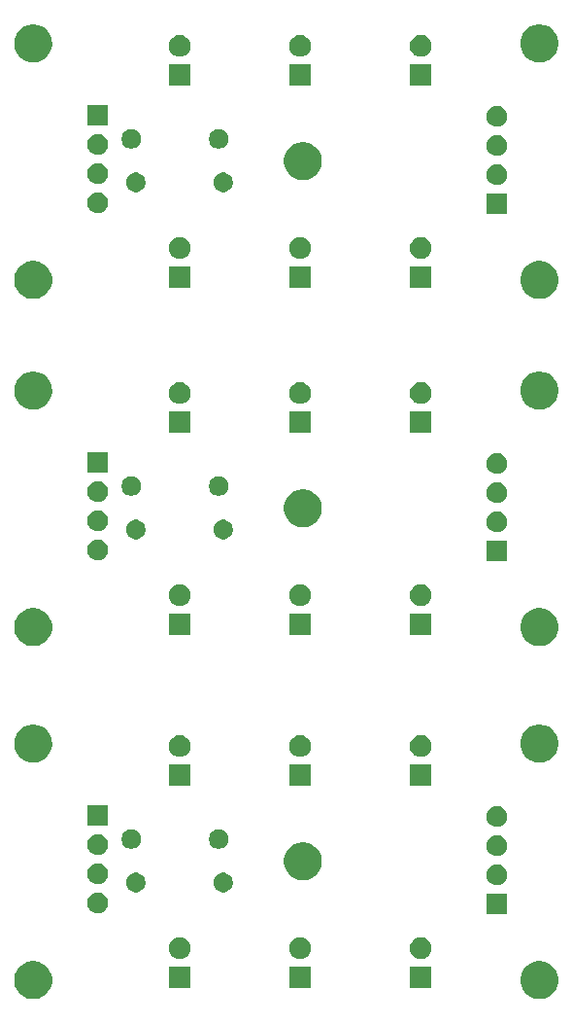
<source format=gbr>
G04 #@! TF.GenerationSoftware,KiCad,Pcbnew,(5.1.5-0-10_14)*
G04 #@! TF.CreationDate,2020-06-22T09:19:20+10:00*
G04 #@! TF.ProjectId,LED_Down_Multi,4c45445f-446f-4776-9e5f-4d756c74692e,rev?*
G04 #@! TF.SameCoordinates,Original*
G04 #@! TF.FileFunction,Soldermask,Top*
G04 #@! TF.FilePolarity,Negative*
%FSLAX46Y46*%
G04 Gerber Fmt 4.6, Leading zero omitted, Abs format (unit mm)*
G04 Created by KiCad (PCBNEW (5.1.5-0-10_14)) date 2020-06-22 09:19:20*
%MOMM*%
%LPD*%
G04 APERTURE LIST*
%ADD10C,0.100000*%
G04 APERTURE END LIST*
D10*
G36*
X214889256Y-127185298D02*
G01*
X214995579Y-127206447D01*
X215296042Y-127330903D01*
X215566451Y-127511585D01*
X215796415Y-127741549D01*
X215796416Y-127741551D01*
X215977098Y-128011960D01*
X216101553Y-128312422D01*
X216165000Y-128631389D01*
X216165000Y-128956611D01*
X216101553Y-129275578D01*
X216002382Y-129515000D01*
X215977097Y-129576042D01*
X215796415Y-129846451D01*
X215566451Y-130076415D01*
X215296042Y-130257097D01*
X214995579Y-130381553D01*
X214889256Y-130402702D01*
X214676611Y-130445000D01*
X214351389Y-130445000D01*
X214138744Y-130402702D01*
X214032421Y-130381553D01*
X213731958Y-130257097D01*
X213461549Y-130076415D01*
X213231585Y-129846451D01*
X213050903Y-129576042D01*
X213025619Y-129515000D01*
X212926447Y-129275578D01*
X212863000Y-128956611D01*
X212863000Y-128631389D01*
X212926447Y-128312422D01*
X213050902Y-128011960D01*
X213231584Y-127741551D01*
X213231585Y-127741549D01*
X213461549Y-127511585D01*
X213731958Y-127330903D01*
X214032421Y-127206447D01*
X214138744Y-127185298D01*
X214351389Y-127143000D01*
X214676611Y-127143000D01*
X214889256Y-127185298D01*
G37*
G36*
X170765256Y-127185298D02*
G01*
X170871579Y-127206447D01*
X171172042Y-127330903D01*
X171442451Y-127511585D01*
X171672415Y-127741549D01*
X171672416Y-127741551D01*
X171853098Y-128011960D01*
X171977553Y-128312422D01*
X172041000Y-128631389D01*
X172041000Y-128956611D01*
X171977553Y-129275578D01*
X171878382Y-129515000D01*
X171853097Y-129576042D01*
X171672415Y-129846451D01*
X171442451Y-130076415D01*
X171172042Y-130257097D01*
X170871579Y-130381553D01*
X170765256Y-130402702D01*
X170552611Y-130445000D01*
X170227389Y-130445000D01*
X170014744Y-130402702D01*
X169908421Y-130381553D01*
X169607958Y-130257097D01*
X169337549Y-130076415D01*
X169107585Y-129846451D01*
X168926903Y-129576042D01*
X168901619Y-129515000D01*
X168802447Y-129275578D01*
X168739000Y-128956611D01*
X168739000Y-128631389D01*
X168802447Y-128312422D01*
X168926902Y-128011960D01*
X169107584Y-127741551D01*
X169107585Y-127741549D01*
X169337549Y-127511585D01*
X169607958Y-127330903D01*
X169908421Y-127206447D01*
X170014744Y-127185298D01*
X170227389Y-127143000D01*
X170552611Y-127143000D01*
X170765256Y-127185298D01*
G37*
G36*
X205131000Y-129515000D02*
G01*
X203229000Y-129515000D01*
X203229000Y-127613000D01*
X205131000Y-127613000D01*
X205131000Y-129515000D01*
G37*
G36*
X194626000Y-129515000D02*
G01*
X192724000Y-129515000D01*
X192724000Y-127613000D01*
X194626000Y-127613000D01*
X194626000Y-129515000D01*
G37*
G36*
X184121000Y-129515000D02*
G01*
X182219000Y-129515000D01*
X182219000Y-127613000D01*
X184121000Y-127613000D01*
X184121000Y-129515000D01*
G37*
G36*
X183447395Y-125109546D02*
G01*
X183620466Y-125181234D01*
X183620467Y-125181235D01*
X183776227Y-125285310D01*
X183908690Y-125417773D01*
X183908691Y-125417775D01*
X184012766Y-125573534D01*
X184084454Y-125746605D01*
X184121000Y-125930333D01*
X184121000Y-126117667D01*
X184084454Y-126301395D01*
X184012766Y-126474466D01*
X184012765Y-126474467D01*
X183908690Y-126630227D01*
X183776227Y-126762690D01*
X183697818Y-126815081D01*
X183620466Y-126866766D01*
X183447395Y-126938454D01*
X183263667Y-126975000D01*
X183076333Y-126975000D01*
X182892605Y-126938454D01*
X182719534Y-126866766D01*
X182642182Y-126815081D01*
X182563773Y-126762690D01*
X182431310Y-126630227D01*
X182327235Y-126474467D01*
X182327234Y-126474466D01*
X182255546Y-126301395D01*
X182219000Y-126117667D01*
X182219000Y-125930333D01*
X182255546Y-125746605D01*
X182327234Y-125573534D01*
X182431309Y-125417775D01*
X182431310Y-125417773D01*
X182563773Y-125285310D01*
X182719533Y-125181235D01*
X182719534Y-125181234D01*
X182892605Y-125109546D01*
X183076333Y-125073000D01*
X183263667Y-125073000D01*
X183447395Y-125109546D01*
G37*
G36*
X204457395Y-125109546D02*
G01*
X204630466Y-125181234D01*
X204630467Y-125181235D01*
X204786227Y-125285310D01*
X204918690Y-125417773D01*
X204918691Y-125417775D01*
X205022766Y-125573534D01*
X205094454Y-125746605D01*
X205131000Y-125930333D01*
X205131000Y-126117667D01*
X205094454Y-126301395D01*
X205022766Y-126474466D01*
X205022765Y-126474467D01*
X204918690Y-126630227D01*
X204786227Y-126762690D01*
X204707818Y-126815081D01*
X204630466Y-126866766D01*
X204457395Y-126938454D01*
X204273667Y-126975000D01*
X204086333Y-126975000D01*
X203902605Y-126938454D01*
X203729534Y-126866766D01*
X203652182Y-126815081D01*
X203573773Y-126762690D01*
X203441310Y-126630227D01*
X203337235Y-126474467D01*
X203337234Y-126474466D01*
X203265546Y-126301395D01*
X203229000Y-126117667D01*
X203229000Y-125930333D01*
X203265546Y-125746605D01*
X203337234Y-125573534D01*
X203441309Y-125417775D01*
X203441310Y-125417773D01*
X203573773Y-125285310D01*
X203729533Y-125181235D01*
X203729534Y-125181234D01*
X203902605Y-125109546D01*
X204086333Y-125073000D01*
X204273667Y-125073000D01*
X204457395Y-125109546D01*
G37*
G36*
X193952395Y-125109546D02*
G01*
X194125466Y-125181234D01*
X194125467Y-125181235D01*
X194281227Y-125285310D01*
X194413690Y-125417773D01*
X194413691Y-125417775D01*
X194517766Y-125573534D01*
X194589454Y-125746605D01*
X194626000Y-125930333D01*
X194626000Y-126117667D01*
X194589454Y-126301395D01*
X194517766Y-126474466D01*
X194517765Y-126474467D01*
X194413690Y-126630227D01*
X194281227Y-126762690D01*
X194202818Y-126815081D01*
X194125466Y-126866766D01*
X193952395Y-126938454D01*
X193768667Y-126975000D01*
X193581333Y-126975000D01*
X193397605Y-126938454D01*
X193224534Y-126866766D01*
X193147182Y-126815081D01*
X193068773Y-126762690D01*
X192936310Y-126630227D01*
X192832235Y-126474467D01*
X192832234Y-126474466D01*
X192760546Y-126301395D01*
X192724000Y-126117667D01*
X192724000Y-125930333D01*
X192760546Y-125746605D01*
X192832234Y-125573534D01*
X192936309Y-125417775D01*
X192936310Y-125417773D01*
X193068773Y-125285310D01*
X193224533Y-125181235D01*
X193224534Y-125181234D01*
X193397605Y-125109546D01*
X193581333Y-125073000D01*
X193768667Y-125073000D01*
X193952395Y-125109546D01*
G37*
G36*
X211721000Y-123075000D02*
G01*
X209919000Y-123075000D01*
X209919000Y-121273000D01*
X211721000Y-121273000D01*
X211721000Y-123075000D01*
G37*
G36*
X176135512Y-121177927D02*
G01*
X176284812Y-121207624D01*
X176448784Y-121275544D01*
X176596354Y-121374147D01*
X176721853Y-121499646D01*
X176820456Y-121647216D01*
X176888376Y-121811188D01*
X176923000Y-121985259D01*
X176923000Y-122162741D01*
X176888376Y-122336812D01*
X176820456Y-122500784D01*
X176721853Y-122648354D01*
X176596354Y-122773853D01*
X176448784Y-122872456D01*
X176284812Y-122940376D01*
X176135512Y-122970073D01*
X176110742Y-122975000D01*
X175933258Y-122975000D01*
X175908488Y-122970073D01*
X175759188Y-122940376D01*
X175595216Y-122872456D01*
X175447646Y-122773853D01*
X175322147Y-122648354D01*
X175223544Y-122500784D01*
X175155624Y-122336812D01*
X175121000Y-122162741D01*
X175121000Y-121985259D01*
X175155624Y-121811188D01*
X175223544Y-121647216D01*
X175322147Y-121499646D01*
X175447646Y-121374147D01*
X175595216Y-121275544D01*
X175759188Y-121207624D01*
X175908488Y-121177927D01*
X175933258Y-121173000D01*
X176110742Y-121173000D01*
X176135512Y-121177927D01*
G37*
G36*
X179578228Y-119485703D02*
G01*
X179733100Y-119549853D01*
X179872481Y-119642985D01*
X179991015Y-119761519D01*
X180084147Y-119900900D01*
X180148297Y-120055772D01*
X180181000Y-120220184D01*
X180181000Y-120387816D01*
X180148297Y-120552228D01*
X180084147Y-120707100D01*
X179991015Y-120846481D01*
X179872481Y-120965015D01*
X179733100Y-121058147D01*
X179578228Y-121122297D01*
X179413816Y-121155000D01*
X179246184Y-121155000D01*
X179081772Y-121122297D01*
X178926900Y-121058147D01*
X178787519Y-120965015D01*
X178668985Y-120846481D01*
X178575853Y-120707100D01*
X178511703Y-120552228D01*
X178479000Y-120387816D01*
X178479000Y-120220184D01*
X178511703Y-120055772D01*
X178575853Y-119900900D01*
X178668985Y-119761519D01*
X178787519Y-119642985D01*
X178926900Y-119549853D01*
X179081772Y-119485703D01*
X179246184Y-119453000D01*
X179413816Y-119453000D01*
X179578228Y-119485703D01*
G37*
G36*
X187198228Y-119485703D02*
G01*
X187353100Y-119549853D01*
X187492481Y-119642985D01*
X187611015Y-119761519D01*
X187704147Y-119900900D01*
X187768297Y-120055772D01*
X187801000Y-120220184D01*
X187801000Y-120387816D01*
X187768297Y-120552228D01*
X187704147Y-120707100D01*
X187611015Y-120846481D01*
X187492481Y-120965015D01*
X187353100Y-121058147D01*
X187198228Y-121122297D01*
X187033816Y-121155000D01*
X186866184Y-121155000D01*
X186701772Y-121122297D01*
X186546900Y-121058147D01*
X186407519Y-120965015D01*
X186288985Y-120846481D01*
X186195853Y-120707100D01*
X186131703Y-120552228D01*
X186099000Y-120387816D01*
X186099000Y-120220184D01*
X186131703Y-120055772D01*
X186195853Y-119900900D01*
X186288985Y-119761519D01*
X186407519Y-119642985D01*
X186546900Y-119549853D01*
X186701772Y-119485703D01*
X186866184Y-119453000D01*
X187033816Y-119453000D01*
X187198228Y-119485703D01*
G37*
G36*
X210921531Y-118735544D02*
G01*
X211082812Y-118767624D01*
X211246784Y-118835544D01*
X211394354Y-118934147D01*
X211519853Y-119059646D01*
X211618456Y-119207216D01*
X211686376Y-119371188D01*
X211721000Y-119545259D01*
X211721000Y-119722741D01*
X211686376Y-119896812D01*
X211618456Y-120060784D01*
X211519853Y-120208354D01*
X211394354Y-120333853D01*
X211246784Y-120432456D01*
X211082812Y-120500376D01*
X210933512Y-120530073D01*
X210908742Y-120535000D01*
X210731258Y-120535000D01*
X210706488Y-120530073D01*
X210557188Y-120500376D01*
X210393216Y-120432456D01*
X210245646Y-120333853D01*
X210120147Y-120208354D01*
X210021544Y-120060784D01*
X209953624Y-119896812D01*
X209919000Y-119722741D01*
X209919000Y-119545259D01*
X209953624Y-119371188D01*
X210021544Y-119207216D01*
X210120147Y-119059646D01*
X210245646Y-118934147D01*
X210393216Y-118835544D01*
X210557188Y-118767624D01*
X210718469Y-118735544D01*
X210731258Y-118733000D01*
X210908742Y-118733000D01*
X210921531Y-118735544D01*
G37*
G36*
X176135512Y-118637927D02*
G01*
X176284812Y-118667624D01*
X176448784Y-118735544D01*
X176596354Y-118834147D01*
X176721853Y-118959646D01*
X176820456Y-119107216D01*
X176888376Y-119271188D01*
X176923000Y-119445259D01*
X176923000Y-119622741D01*
X176888376Y-119796812D01*
X176820456Y-119960784D01*
X176721853Y-120108354D01*
X176596354Y-120233853D01*
X176448784Y-120332456D01*
X176284812Y-120400376D01*
X176135512Y-120430073D01*
X176110742Y-120435000D01*
X175933258Y-120435000D01*
X175908488Y-120430073D01*
X175759188Y-120400376D01*
X175595216Y-120332456D01*
X175447646Y-120233853D01*
X175322147Y-120108354D01*
X175223544Y-119960784D01*
X175155624Y-119796812D01*
X175121000Y-119622741D01*
X175121000Y-119445259D01*
X175155624Y-119271188D01*
X175223544Y-119107216D01*
X175322147Y-118959646D01*
X175447646Y-118834147D01*
X175595216Y-118735544D01*
X175759188Y-118667624D01*
X175908488Y-118637927D01*
X175933258Y-118633000D01*
X176110742Y-118633000D01*
X176135512Y-118637927D01*
G37*
G36*
X194285256Y-116845298D02*
G01*
X194391579Y-116866447D01*
X194692042Y-116990903D01*
X194962451Y-117171585D01*
X195192415Y-117401549D01*
X195373097Y-117671958D01*
X195492564Y-117960376D01*
X195497553Y-117972422D01*
X195561000Y-118291389D01*
X195561000Y-118616611D01*
X195530961Y-118767624D01*
X195497553Y-118935579D01*
X195373097Y-119236042D01*
X195192415Y-119506451D01*
X194962451Y-119736415D01*
X194692042Y-119917097D01*
X194391579Y-120041553D01*
X194320100Y-120055771D01*
X194072611Y-120105000D01*
X193747389Y-120105000D01*
X193499900Y-120055771D01*
X193428421Y-120041553D01*
X193127958Y-119917097D01*
X192857549Y-119736415D01*
X192627585Y-119506451D01*
X192446903Y-119236042D01*
X192322447Y-118935579D01*
X192289039Y-118767624D01*
X192259000Y-118616611D01*
X192259000Y-118291389D01*
X192322447Y-117972422D01*
X192327437Y-117960376D01*
X192446903Y-117671958D01*
X192627585Y-117401549D01*
X192857549Y-117171585D01*
X193127958Y-116990903D01*
X193428421Y-116866447D01*
X193534744Y-116845298D01*
X193747389Y-116803000D01*
X194072611Y-116803000D01*
X194285256Y-116845298D01*
G37*
G36*
X210921531Y-116195544D02*
G01*
X211082812Y-116227624D01*
X211246784Y-116295544D01*
X211394354Y-116394147D01*
X211519853Y-116519646D01*
X211618456Y-116667216D01*
X211686376Y-116831188D01*
X211716073Y-116980488D01*
X211718145Y-116990903D01*
X211721000Y-117005259D01*
X211721000Y-117182741D01*
X211686376Y-117356812D01*
X211618456Y-117520784D01*
X211519853Y-117668354D01*
X211394354Y-117793853D01*
X211246784Y-117892456D01*
X211082812Y-117960376D01*
X210933512Y-117990073D01*
X210908742Y-117995000D01*
X210731258Y-117995000D01*
X210706488Y-117990073D01*
X210557188Y-117960376D01*
X210393216Y-117892456D01*
X210245646Y-117793853D01*
X210120147Y-117668354D01*
X210021544Y-117520784D01*
X209953624Y-117356812D01*
X209919000Y-117182741D01*
X209919000Y-117005259D01*
X209921856Y-116990903D01*
X209923927Y-116980488D01*
X209953624Y-116831188D01*
X210021544Y-116667216D01*
X210120147Y-116519646D01*
X210245646Y-116394147D01*
X210393216Y-116295544D01*
X210557188Y-116227624D01*
X210718469Y-116195544D01*
X210731258Y-116193000D01*
X210908742Y-116193000D01*
X210921531Y-116195544D01*
G37*
G36*
X176135512Y-116097927D02*
G01*
X176284812Y-116127624D01*
X176448784Y-116195544D01*
X176596354Y-116294147D01*
X176721853Y-116419646D01*
X176820456Y-116567216D01*
X176888376Y-116731188D01*
X176923000Y-116905259D01*
X176923000Y-117082741D01*
X176888376Y-117256812D01*
X176820456Y-117420784D01*
X176721853Y-117568354D01*
X176596354Y-117693853D01*
X176448784Y-117792456D01*
X176284812Y-117860376D01*
X176135512Y-117890073D01*
X176110742Y-117895000D01*
X175933258Y-117895000D01*
X175908488Y-117890073D01*
X175759188Y-117860376D01*
X175595216Y-117792456D01*
X175447646Y-117693853D01*
X175322147Y-117568354D01*
X175223544Y-117420784D01*
X175155624Y-117256812D01*
X175121000Y-117082741D01*
X175121000Y-116905259D01*
X175155624Y-116731188D01*
X175223544Y-116567216D01*
X175322147Y-116419646D01*
X175447646Y-116294147D01*
X175595216Y-116195544D01*
X175759188Y-116127624D01*
X175908488Y-116097927D01*
X175933258Y-116093000D01*
X176110742Y-116093000D01*
X176135512Y-116097927D01*
G37*
G36*
X179198228Y-115695703D02*
G01*
X179353100Y-115759853D01*
X179492481Y-115852985D01*
X179611015Y-115971519D01*
X179704147Y-116110900D01*
X179768297Y-116265772D01*
X179801000Y-116430184D01*
X179801000Y-116597816D01*
X179768297Y-116762228D01*
X179704147Y-116917100D01*
X179611015Y-117056481D01*
X179492481Y-117175015D01*
X179353100Y-117268147D01*
X179198228Y-117332297D01*
X179033816Y-117365000D01*
X178866184Y-117365000D01*
X178701772Y-117332297D01*
X178546900Y-117268147D01*
X178407519Y-117175015D01*
X178288985Y-117056481D01*
X178195853Y-116917100D01*
X178131703Y-116762228D01*
X178099000Y-116597816D01*
X178099000Y-116430184D01*
X178131703Y-116265772D01*
X178195853Y-116110900D01*
X178288985Y-115971519D01*
X178407519Y-115852985D01*
X178546900Y-115759853D01*
X178701772Y-115695703D01*
X178866184Y-115663000D01*
X179033816Y-115663000D01*
X179198228Y-115695703D01*
G37*
G36*
X186818228Y-115695703D02*
G01*
X186973100Y-115759853D01*
X187112481Y-115852985D01*
X187231015Y-115971519D01*
X187324147Y-116110900D01*
X187388297Y-116265772D01*
X187421000Y-116430184D01*
X187421000Y-116597816D01*
X187388297Y-116762228D01*
X187324147Y-116917100D01*
X187231015Y-117056481D01*
X187112481Y-117175015D01*
X186973100Y-117268147D01*
X186818228Y-117332297D01*
X186653816Y-117365000D01*
X186486184Y-117365000D01*
X186321772Y-117332297D01*
X186166900Y-117268147D01*
X186027519Y-117175015D01*
X185908985Y-117056481D01*
X185815853Y-116917100D01*
X185751703Y-116762228D01*
X185719000Y-116597816D01*
X185719000Y-116430184D01*
X185751703Y-116265772D01*
X185815853Y-116110900D01*
X185908985Y-115971519D01*
X186027519Y-115852985D01*
X186166900Y-115759853D01*
X186321772Y-115695703D01*
X186486184Y-115663000D01*
X186653816Y-115663000D01*
X186818228Y-115695703D01*
G37*
G36*
X210933512Y-113657927D02*
G01*
X211082812Y-113687624D01*
X211246784Y-113755544D01*
X211394354Y-113854147D01*
X211519853Y-113979646D01*
X211618456Y-114127216D01*
X211686376Y-114291188D01*
X211721000Y-114465259D01*
X211721000Y-114642741D01*
X211686376Y-114816812D01*
X211618456Y-114980784D01*
X211519853Y-115128354D01*
X211394354Y-115253853D01*
X211246784Y-115352456D01*
X211082812Y-115420376D01*
X210933512Y-115450073D01*
X210908742Y-115455000D01*
X210731258Y-115455000D01*
X210706488Y-115450073D01*
X210557188Y-115420376D01*
X210393216Y-115352456D01*
X210245646Y-115253853D01*
X210120147Y-115128354D01*
X210021544Y-114980784D01*
X209953624Y-114816812D01*
X209919000Y-114642741D01*
X209919000Y-114465259D01*
X209953624Y-114291188D01*
X210021544Y-114127216D01*
X210120147Y-113979646D01*
X210245646Y-113854147D01*
X210393216Y-113755544D01*
X210557188Y-113687624D01*
X210706488Y-113657927D01*
X210731258Y-113653000D01*
X210908742Y-113653000D01*
X210933512Y-113657927D01*
G37*
G36*
X176923000Y-115355000D02*
G01*
X175121000Y-115355000D01*
X175121000Y-113553000D01*
X176923000Y-113553000D01*
X176923000Y-115355000D01*
G37*
G36*
X184121000Y-111915000D02*
G01*
X182219000Y-111915000D01*
X182219000Y-110013000D01*
X184121000Y-110013000D01*
X184121000Y-111915000D01*
G37*
G36*
X194626000Y-111915000D02*
G01*
X192724000Y-111915000D01*
X192724000Y-110013000D01*
X194626000Y-110013000D01*
X194626000Y-111915000D01*
G37*
G36*
X205131000Y-111915000D02*
G01*
X203229000Y-111915000D01*
X203229000Y-110013000D01*
X205131000Y-110013000D01*
X205131000Y-111915000D01*
G37*
G36*
X170765256Y-106595298D02*
G01*
X170871579Y-106616447D01*
X171172042Y-106740903D01*
X171442451Y-106921585D01*
X171672415Y-107151549D01*
X171853097Y-107421958D01*
X171962181Y-107685309D01*
X171977553Y-107722422D01*
X172027503Y-107973534D01*
X172041000Y-108041391D01*
X172041000Y-108366609D01*
X171977553Y-108685579D01*
X171853097Y-108986042D01*
X171672415Y-109256451D01*
X171442451Y-109486415D01*
X171172042Y-109667097D01*
X170871579Y-109791553D01*
X170765256Y-109812702D01*
X170552611Y-109855000D01*
X170227389Y-109855000D01*
X170014744Y-109812702D01*
X169908421Y-109791553D01*
X169607958Y-109667097D01*
X169337549Y-109486415D01*
X169107585Y-109256451D01*
X168926903Y-108986042D01*
X168802447Y-108685579D01*
X168739000Y-108366609D01*
X168739000Y-108041391D01*
X168752498Y-107973534D01*
X168802447Y-107722422D01*
X168817820Y-107685309D01*
X168926903Y-107421958D01*
X169107585Y-107151549D01*
X169337549Y-106921585D01*
X169607958Y-106740903D01*
X169908421Y-106616447D01*
X170014744Y-106595298D01*
X170227389Y-106553000D01*
X170552611Y-106553000D01*
X170765256Y-106595298D01*
G37*
G36*
X214889256Y-106595298D02*
G01*
X214995579Y-106616447D01*
X215296042Y-106740903D01*
X215566451Y-106921585D01*
X215796415Y-107151549D01*
X215977097Y-107421958D01*
X216086181Y-107685309D01*
X216101553Y-107722422D01*
X216151503Y-107973534D01*
X216165000Y-108041391D01*
X216165000Y-108366609D01*
X216101553Y-108685579D01*
X215977097Y-108986042D01*
X215796415Y-109256451D01*
X215566451Y-109486415D01*
X215296042Y-109667097D01*
X214995579Y-109791553D01*
X214889256Y-109812702D01*
X214676611Y-109855000D01*
X214351389Y-109855000D01*
X214138744Y-109812702D01*
X214032421Y-109791553D01*
X213731958Y-109667097D01*
X213461549Y-109486415D01*
X213231585Y-109256451D01*
X213050903Y-108986042D01*
X212926447Y-108685579D01*
X212863000Y-108366609D01*
X212863000Y-108041391D01*
X212876498Y-107973534D01*
X212926447Y-107722422D01*
X212941820Y-107685309D01*
X213050903Y-107421958D01*
X213231585Y-107151549D01*
X213461549Y-106921585D01*
X213731958Y-106740903D01*
X214032421Y-106616447D01*
X214138744Y-106595298D01*
X214351389Y-106553000D01*
X214676611Y-106553000D01*
X214889256Y-106595298D01*
G37*
G36*
X204457395Y-107509546D02*
G01*
X204630466Y-107581234D01*
X204630467Y-107581235D01*
X204786227Y-107685310D01*
X204918690Y-107817773D01*
X204918691Y-107817775D01*
X205022766Y-107973534D01*
X205094454Y-108146605D01*
X205131000Y-108330333D01*
X205131000Y-108517667D01*
X205094454Y-108701395D01*
X205022766Y-108874466D01*
X205022765Y-108874467D01*
X204918690Y-109030227D01*
X204786227Y-109162690D01*
X204707818Y-109215081D01*
X204630466Y-109266766D01*
X204457395Y-109338454D01*
X204273667Y-109375000D01*
X204086333Y-109375000D01*
X203902605Y-109338454D01*
X203729534Y-109266766D01*
X203652182Y-109215081D01*
X203573773Y-109162690D01*
X203441310Y-109030227D01*
X203337235Y-108874467D01*
X203337234Y-108874466D01*
X203265546Y-108701395D01*
X203229000Y-108517667D01*
X203229000Y-108330333D01*
X203265546Y-108146605D01*
X203337234Y-107973534D01*
X203441309Y-107817775D01*
X203441310Y-107817773D01*
X203573773Y-107685310D01*
X203729533Y-107581235D01*
X203729534Y-107581234D01*
X203902605Y-107509546D01*
X204086333Y-107473000D01*
X204273667Y-107473000D01*
X204457395Y-107509546D01*
G37*
G36*
X183447395Y-107509546D02*
G01*
X183620466Y-107581234D01*
X183620467Y-107581235D01*
X183776227Y-107685310D01*
X183908690Y-107817773D01*
X183908691Y-107817775D01*
X184012766Y-107973534D01*
X184084454Y-108146605D01*
X184121000Y-108330333D01*
X184121000Y-108517667D01*
X184084454Y-108701395D01*
X184012766Y-108874466D01*
X184012765Y-108874467D01*
X183908690Y-109030227D01*
X183776227Y-109162690D01*
X183697818Y-109215081D01*
X183620466Y-109266766D01*
X183447395Y-109338454D01*
X183263667Y-109375000D01*
X183076333Y-109375000D01*
X182892605Y-109338454D01*
X182719534Y-109266766D01*
X182642182Y-109215081D01*
X182563773Y-109162690D01*
X182431310Y-109030227D01*
X182327235Y-108874467D01*
X182327234Y-108874466D01*
X182255546Y-108701395D01*
X182219000Y-108517667D01*
X182219000Y-108330333D01*
X182255546Y-108146605D01*
X182327234Y-107973534D01*
X182431309Y-107817775D01*
X182431310Y-107817773D01*
X182563773Y-107685310D01*
X182719533Y-107581235D01*
X182719534Y-107581234D01*
X182892605Y-107509546D01*
X183076333Y-107473000D01*
X183263667Y-107473000D01*
X183447395Y-107509546D01*
G37*
G36*
X193952395Y-107509546D02*
G01*
X194125466Y-107581234D01*
X194125467Y-107581235D01*
X194281227Y-107685310D01*
X194413690Y-107817773D01*
X194413691Y-107817775D01*
X194517766Y-107973534D01*
X194589454Y-108146605D01*
X194626000Y-108330333D01*
X194626000Y-108517667D01*
X194589454Y-108701395D01*
X194517766Y-108874466D01*
X194517765Y-108874467D01*
X194413690Y-109030227D01*
X194281227Y-109162690D01*
X194202818Y-109215081D01*
X194125466Y-109266766D01*
X193952395Y-109338454D01*
X193768667Y-109375000D01*
X193581333Y-109375000D01*
X193397605Y-109338454D01*
X193224534Y-109266766D01*
X193147182Y-109215081D01*
X193068773Y-109162690D01*
X192936310Y-109030227D01*
X192832235Y-108874467D01*
X192832234Y-108874466D01*
X192760546Y-108701395D01*
X192724000Y-108517667D01*
X192724000Y-108330333D01*
X192760546Y-108146605D01*
X192832234Y-107973534D01*
X192936309Y-107817775D01*
X192936310Y-107817773D01*
X193068773Y-107685310D01*
X193224533Y-107581235D01*
X193224534Y-107581234D01*
X193397605Y-107509546D01*
X193581333Y-107473000D01*
X193768667Y-107473000D01*
X193952395Y-107509546D01*
G37*
G36*
X214889256Y-96451298D02*
G01*
X214995579Y-96472447D01*
X215296042Y-96596903D01*
X215566451Y-96777585D01*
X215796415Y-97007549D01*
X215796416Y-97007551D01*
X215977098Y-97277960D01*
X216101553Y-97578422D01*
X216165000Y-97897389D01*
X216165000Y-98222611D01*
X216101553Y-98541578D01*
X216002382Y-98781000D01*
X215977097Y-98842042D01*
X215796415Y-99112451D01*
X215566451Y-99342415D01*
X215296042Y-99523097D01*
X214995579Y-99647553D01*
X214889256Y-99668702D01*
X214676611Y-99711000D01*
X214351389Y-99711000D01*
X214138744Y-99668702D01*
X214032421Y-99647553D01*
X213731958Y-99523097D01*
X213461549Y-99342415D01*
X213231585Y-99112451D01*
X213050903Y-98842042D01*
X213025619Y-98781000D01*
X212926447Y-98541578D01*
X212863000Y-98222611D01*
X212863000Y-97897389D01*
X212926447Y-97578422D01*
X213050902Y-97277960D01*
X213231584Y-97007551D01*
X213231585Y-97007549D01*
X213461549Y-96777585D01*
X213731958Y-96596903D01*
X214032421Y-96472447D01*
X214138744Y-96451298D01*
X214351389Y-96409000D01*
X214676611Y-96409000D01*
X214889256Y-96451298D01*
G37*
G36*
X170765256Y-96451298D02*
G01*
X170871579Y-96472447D01*
X171172042Y-96596903D01*
X171442451Y-96777585D01*
X171672415Y-97007549D01*
X171672416Y-97007551D01*
X171853098Y-97277960D01*
X171977553Y-97578422D01*
X172041000Y-97897389D01*
X172041000Y-98222611D01*
X171977553Y-98541578D01*
X171878382Y-98781000D01*
X171853097Y-98842042D01*
X171672415Y-99112451D01*
X171442451Y-99342415D01*
X171172042Y-99523097D01*
X170871579Y-99647553D01*
X170765256Y-99668702D01*
X170552611Y-99711000D01*
X170227389Y-99711000D01*
X170014744Y-99668702D01*
X169908421Y-99647553D01*
X169607958Y-99523097D01*
X169337549Y-99342415D01*
X169107585Y-99112451D01*
X168926903Y-98842042D01*
X168901619Y-98781000D01*
X168802447Y-98541578D01*
X168739000Y-98222611D01*
X168739000Y-97897389D01*
X168802447Y-97578422D01*
X168926902Y-97277960D01*
X169107584Y-97007551D01*
X169107585Y-97007549D01*
X169337549Y-96777585D01*
X169607958Y-96596903D01*
X169908421Y-96472447D01*
X170014744Y-96451298D01*
X170227389Y-96409000D01*
X170552611Y-96409000D01*
X170765256Y-96451298D01*
G37*
G36*
X205131000Y-98781000D02*
G01*
X203229000Y-98781000D01*
X203229000Y-96879000D01*
X205131000Y-96879000D01*
X205131000Y-98781000D01*
G37*
G36*
X184121000Y-98781000D02*
G01*
X182219000Y-98781000D01*
X182219000Y-96879000D01*
X184121000Y-96879000D01*
X184121000Y-98781000D01*
G37*
G36*
X194626000Y-98781000D02*
G01*
X192724000Y-98781000D01*
X192724000Y-96879000D01*
X194626000Y-96879000D01*
X194626000Y-98781000D01*
G37*
G36*
X183447395Y-94375546D02*
G01*
X183620466Y-94447234D01*
X183620467Y-94447235D01*
X183776227Y-94551310D01*
X183908690Y-94683773D01*
X183908691Y-94683775D01*
X184012766Y-94839534D01*
X184084454Y-95012605D01*
X184121000Y-95196333D01*
X184121000Y-95383667D01*
X184084454Y-95567395D01*
X184012766Y-95740466D01*
X184012765Y-95740467D01*
X183908690Y-95896227D01*
X183776227Y-96028690D01*
X183697818Y-96081081D01*
X183620466Y-96132766D01*
X183447395Y-96204454D01*
X183263667Y-96241000D01*
X183076333Y-96241000D01*
X182892605Y-96204454D01*
X182719534Y-96132766D01*
X182642182Y-96081081D01*
X182563773Y-96028690D01*
X182431310Y-95896227D01*
X182327235Y-95740467D01*
X182327234Y-95740466D01*
X182255546Y-95567395D01*
X182219000Y-95383667D01*
X182219000Y-95196333D01*
X182255546Y-95012605D01*
X182327234Y-94839534D01*
X182431309Y-94683775D01*
X182431310Y-94683773D01*
X182563773Y-94551310D01*
X182719533Y-94447235D01*
X182719534Y-94447234D01*
X182892605Y-94375546D01*
X183076333Y-94339000D01*
X183263667Y-94339000D01*
X183447395Y-94375546D01*
G37*
G36*
X204457395Y-94375546D02*
G01*
X204630466Y-94447234D01*
X204630467Y-94447235D01*
X204786227Y-94551310D01*
X204918690Y-94683773D01*
X204918691Y-94683775D01*
X205022766Y-94839534D01*
X205094454Y-95012605D01*
X205131000Y-95196333D01*
X205131000Y-95383667D01*
X205094454Y-95567395D01*
X205022766Y-95740466D01*
X205022765Y-95740467D01*
X204918690Y-95896227D01*
X204786227Y-96028690D01*
X204707818Y-96081081D01*
X204630466Y-96132766D01*
X204457395Y-96204454D01*
X204273667Y-96241000D01*
X204086333Y-96241000D01*
X203902605Y-96204454D01*
X203729534Y-96132766D01*
X203652182Y-96081081D01*
X203573773Y-96028690D01*
X203441310Y-95896227D01*
X203337235Y-95740467D01*
X203337234Y-95740466D01*
X203265546Y-95567395D01*
X203229000Y-95383667D01*
X203229000Y-95196333D01*
X203265546Y-95012605D01*
X203337234Y-94839534D01*
X203441309Y-94683775D01*
X203441310Y-94683773D01*
X203573773Y-94551310D01*
X203729533Y-94447235D01*
X203729534Y-94447234D01*
X203902605Y-94375546D01*
X204086333Y-94339000D01*
X204273667Y-94339000D01*
X204457395Y-94375546D01*
G37*
G36*
X193952395Y-94375546D02*
G01*
X194125466Y-94447234D01*
X194125467Y-94447235D01*
X194281227Y-94551310D01*
X194413690Y-94683773D01*
X194413691Y-94683775D01*
X194517766Y-94839534D01*
X194589454Y-95012605D01*
X194626000Y-95196333D01*
X194626000Y-95383667D01*
X194589454Y-95567395D01*
X194517766Y-95740466D01*
X194517765Y-95740467D01*
X194413690Y-95896227D01*
X194281227Y-96028690D01*
X194202818Y-96081081D01*
X194125466Y-96132766D01*
X193952395Y-96204454D01*
X193768667Y-96241000D01*
X193581333Y-96241000D01*
X193397605Y-96204454D01*
X193224534Y-96132766D01*
X193147182Y-96081081D01*
X193068773Y-96028690D01*
X192936310Y-95896227D01*
X192832235Y-95740467D01*
X192832234Y-95740466D01*
X192760546Y-95567395D01*
X192724000Y-95383667D01*
X192724000Y-95196333D01*
X192760546Y-95012605D01*
X192832234Y-94839534D01*
X192936309Y-94683775D01*
X192936310Y-94683773D01*
X193068773Y-94551310D01*
X193224533Y-94447235D01*
X193224534Y-94447234D01*
X193397605Y-94375546D01*
X193581333Y-94339000D01*
X193768667Y-94339000D01*
X193952395Y-94375546D01*
G37*
G36*
X211721000Y-92341000D02*
G01*
X209919000Y-92341000D01*
X209919000Y-90539000D01*
X211721000Y-90539000D01*
X211721000Y-92341000D01*
G37*
G36*
X176135512Y-90443927D02*
G01*
X176284812Y-90473624D01*
X176448784Y-90541544D01*
X176596354Y-90640147D01*
X176721853Y-90765646D01*
X176820456Y-90913216D01*
X176888376Y-91077188D01*
X176923000Y-91251259D01*
X176923000Y-91428741D01*
X176888376Y-91602812D01*
X176820456Y-91766784D01*
X176721853Y-91914354D01*
X176596354Y-92039853D01*
X176448784Y-92138456D01*
X176284812Y-92206376D01*
X176135512Y-92236073D01*
X176110742Y-92241000D01*
X175933258Y-92241000D01*
X175908488Y-92236073D01*
X175759188Y-92206376D01*
X175595216Y-92138456D01*
X175447646Y-92039853D01*
X175322147Y-91914354D01*
X175223544Y-91766784D01*
X175155624Y-91602812D01*
X175121000Y-91428741D01*
X175121000Y-91251259D01*
X175155624Y-91077188D01*
X175223544Y-90913216D01*
X175322147Y-90765646D01*
X175447646Y-90640147D01*
X175595216Y-90541544D01*
X175759188Y-90473624D01*
X175908488Y-90443927D01*
X175933258Y-90439000D01*
X176110742Y-90439000D01*
X176135512Y-90443927D01*
G37*
G36*
X179578228Y-88751703D02*
G01*
X179733100Y-88815853D01*
X179872481Y-88908985D01*
X179991015Y-89027519D01*
X180084147Y-89166900D01*
X180148297Y-89321772D01*
X180181000Y-89486184D01*
X180181000Y-89653816D01*
X180148297Y-89818228D01*
X180084147Y-89973100D01*
X179991015Y-90112481D01*
X179872481Y-90231015D01*
X179733100Y-90324147D01*
X179578228Y-90388297D01*
X179413816Y-90421000D01*
X179246184Y-90421000D01*
X179081772Y-90388297D01*
X178926900Y-90324147D01*
X178787519Y-90231015D01*
X178668985Y-90112481D01*
X178575853Y-89973100D01*
X178511703Y-89818228D01*
X178479000Y-89653816D01*
X178479000Y-89486184D01*
X178511703Y-89321772D01*
X178575853Y-89166900D01*
X178668985Y-89027519D01*
X178787519Y-88908985D01*
X178926900Y-88815853D01*
X179081772Y-88751703D01*
X179246184Y-88719000D01*
X179413816Y-88719000D01*
X179578228Y-88751703D01*
G37*
G36*
X187198228Y-88751703D02*
G01*
X187353100Y-88815853D01*
X187492481Y-88908985D01*
X187611015Y-89027519D01*
X187704147Y-89166900D01*
X187768297Y-89321772D01*
X187801000Y-89486184D01*
X187801000Y-89653816D01*
X187768297Y-89818228D01*
X187704147Y-89973100D01*
X187611015Y-90112481D01*
X187492481Y-90231015D01*
X187353100Y-90324147D01*
X187198228Y-90388297D01*
X187033816Y-90421000D01*
X186866184Y-90421000D01*
X186701772Y-90388297D01*
X186546900Y-90324147D01*
X186407519Y-90231015D01*
X186288985Y-90112481D01*
X186195853Y-89973100D01*
X186131703Y-89818228D01*
X186099000Y-89653816D01*
X186099000Y-89486184D01*
X186131703Y-89321772D01*
X186195853Y-89166900D01*
X186288985Y-89027519D01*
X186407519Y-88908985D01*
X186546900Y-88815853D01*
X186701772Y-88751703D01*
X186866184Y-88719000D01*
X187033816Y-88719000D01*
X187198228Y-88751703D01*
G37*
G36*
X210921531Y-88001544D02*
G01*
X211082812Y-88033624D01*
X211246784Y-88101544D01*
X211394354Y-88200147D01*
X211519853Y-88325646D01*
X211618456Y-88473216D01*
X211686376Y-88637188D01*
X211721000Y-88811259D01*
X211721000Y-88988741D01*
X211686376Y-89162812D01*
X211618456Y-89326784D01*
X211519853Y-89474354D01*
X211394354Y-89599853D01*
X211246784Y-89698456D01*
X211082812Y-89766376D01*
X210933512Y-89796073D01*
X210908742Y-89801000D01*
X210731258Y-89801000D01*
X210706488Y-89796073D01*
X210557188Y-89766376D01*
X210393216Y-89698456D01*
X210245646Y-89599853D01*
X210120147Y-89474354D01*
X210021544Y-89326784D01*
X209953624Y-89162812D01*
X209919000Y-88988741D01*
X209919000Y-88811259D01*
X209953624Y-88637188D01*
X210021544Y-88473216D01*
X210120147Y-88325646D01*
X210245646Y-88200147D01*
X210393216Y-88101544D01*
X210557188Y-88033624D01*
X210718469Y-88001544D01*
X210731258Y-87999000D01*
X210908742Y-87999000D01*
X210921531Y-88001544D01*
G37*
G36*
X176135512Y-87903927D02*
G01*
X176284812Y-87933624D01*
X176448784Y-88001544D01*
X176596354Y-88100147D01*
X176721853Y-88225646D01*
X176820456Y-88373216D01*
X176888376Y-88537188D01*
X176923000Y-88711259D01*
X176923000Y-88888741D01*
X176888376Y-89062812D01*
X176820456Y-89226784D01*
X176721853Y-89374354D01*
X176596354Y-89499853D01*
X176448784Y-89598456D01*
X176284812Y-89666376D01*
X176135512Y-89696073D01*
X176110742Y-89701000D01*
X175933258Y-89701000D01*
X175908488Y-89696073D01*
X175759188Y-89666376D01*
X175595216Y-89598456D01*
X175447646Y-89499853D01*
X175322147Y-89374354D01*
X175223544Y-89226784D01*
X175155624Y-89062812D01*
X175121000Y-88888741D01*
X175121000Y-88711259D01*
X175155624Y-88537188D01*
X175223544Y-88373216D01*
X175322147Y-88225646D01*
X175447646Y-88100147D01*
X175595216Y-88001544D01*
X175759188Y-87933624D01*
X175908488Y-87903927D01*
X175933258Y-87899000D01*
X176110742Y-87899000D01*
X176135512Y-87903927D01*
G37*
G36*
X194285256Y-86111298D02*
G01*
X194391579Y-86132447D01*
X194692042Y-86256903D01*
X194962451Y-86437585D01*
X195192415Y-86667549D01*
X195373097Y-86937958D01*
X195492564Y-87226376D01*
X195497553Y-87238422D01*
X195561000Y-87557389D01*
X195561000Y-87882611D01*
X195530961Y-88033624D01*
X195497553Y-88201579D01*
X195373097Y-88502042D01*
X195192415Y-88772451D01*
X194962451Y-89002415D01*
X194692042Y-89183097D01*
X194391579Y-89307553D01*
X194320100Y-89321771D01*
X194072611Y-89371000D01*
X193747389Y-89371000D01*
X193499900Y-89321771D01*
X193428421Y-89307553D01*
X193127958Y-89183097D01*
X192857549Y-89002415D01*
X192627585Y-88772451D01*
X192446903Y-88502042D01*
X192322447Y-88201579D01*
X192289039Y-88033624D01*
X192259000Y-87882611D01*
X192259000Y-87557389D01*
X192322447Y-87238422D01*
X192327437Y-87226376D01*
X192446903Y-86937958D01*
X192627585Y-86667549D01*
X192857549Y-86437585D01*
X193127958Y-86256903D01*
X193428421Y-86132447D01*
X193534744Y-86111298D01*
X193747389Y-86069000D01*
X194072611Y-86069000D01*
X194285256Y-86111298D01*
G37*
G36*
X210921531Y-85461544D02*
G01*
X211082812Y-85493624D01*
X211246784Y-85561544D01*
X211394354Y-85660147D01*
X211519853Y-85785646D01*
X211618456Y-85933216D01*
X211686376Y-86097188D01*
X211716073Y-86246488D01*
X211718145Y-86256903D01*
X211721000Y-86271259D01*
X211721000Y-86448741D01*
X211686376Y-86622812D01*
X211618456Y-86786784D01*
X211519853Y-86934354D01*
X211394354Y-87059853D01*
X211246784Y-87158456D01*
X211082812Y-87226376D01*
X210933512Y-87256073D01*
X210908742Y-87261000D01*
X210731258Y-87261000D01*
X210706488Y-87256073D01*
X210557188Y-87226376D01*
X210393216Y-87158456D01*
X210245646Y-87059853D01*
X210120147Y-86934354D01*
X210021544Y-86786784D01*
X209953624Y-86622812D01*
X209919000Y-86448741D01*
X209919000Y-86271259D01*
X209921856Y-86256903D01*
X209923927Y-86246488D01*
X209953624Y-86097188D01*
X210021544Y-85933216D01*
X210120147Y-85785646D01*
X210245646Y-85660147D01*
X210393216Y-85561544D01*
X210557188Y-85493624D01*
X210718469Y-85461544D01*
X210731258Y-85459000D01*
X210908742Y-85459000D01*
X210921531Y-85461544D01*
G37*
G36*
X176135512Y-85363927D02*
G01*
X176284812Y-85393624D01*
X176448784Y-85461544D01*
X176596354Y-85560147D01*
X176721853Y-85685646D01*
X176820456Y-85833216D01*
X176888376Y-85997188D01*
X176923000Y-86171259D01*
X176923000Y-86348741D01*
X176888376Y-86522812D01*
X176820456Y-86686784D01*
X176721853Y-86834354D01*
X176596354Y-86959853D01*
X176448784Y-87058456D01*
X176284812Y-87126376D01*
X176135512Y-87156073D01*
X176110742Y-87161000D01*
X175933258Y-87161000D01*
X175908488Y-87156073D01*
X175759188Y-87126376D01*
X175595216Y-87058456D01*
X175447646Y-86959853D01*
X175322147Y-86834354D01*
X175223544Y-86686784D01*
X175155624Y-86522812D01*
X175121000Y-86348741D01*
X175121000Y-86171259D01*
X175155624Y-85997188D01*
X175223544Y-85833216D01*
X175322147Y-85685646D01*
X175447646Y-85560147D01*
X175595216Y-85461544D01*
X175759188Y-85393624D01*
X175908488Y-85363927D01*
X175933258Y-85359000D01*
X176110742Y-85359000D01*
X176135512Y-85363927D01*
G37*
G36*
X186818228Y-84961703D02*
G01*
X186973100Y-85025853D01*
X187112481Y-85118985D01*
X187231015Y-85237519D01*
X187324147Y-85376900D01*
X187388297Y-85531772D01*
X187421000Y-85696184D01*
X187421000Y-85863816D01*
X187388297Y-86028228D01*
X187324147Y-86183100D01*
X187231015Y-86322481D01*
X187112481Y-86441015D01*
X186973100Y-86534147D01*
X186818228Y-86598297D01*
X186653816Y-86631000D01*
X186486184Y-86631000D01*
X186321772Y-86598297D01*
X186166900Y-86534147D01*
X186027519Y-86441015D01*
X185908985Y-86322481D01*
X185815853Y-86183100D01*
X185751703Y-86028228D01*
X185719000Y-85863816D01*
X185719000Y-85696184D01*
X185751703Y-85531772D01*
X185815853Y-85376900D01*
X185908985Y-85237519D01*
X186027519Y-85118985D01*
X186166900Y-85025853D01*
X186321772Y-84961703D01*
X186486184Y-84929000D01*
X186653816Y-84929000D01*
X186818228Y-84961703D01*
G37*
G36*
X179198228Y-84961703D02*
G01*
X179353100Y-85025853D01*
X179492481Y-85118985D01*
X179611015Y-85237519D01*
X179704147Y-85376900D01*
X179768297Y-85531772D01*
X179801000Y-85696184D01*
X179801000Y-85863816D01*
X179768297Y-86028228D01*
X179704147Y-86183100D01*
X179611015Y-86322481D01*
X179492481Y-86441015D01*
X179353100Y-86534147D01*
X179198228Y-86598297D01*
X179033816Y-86631000D01*
X178866184Y-86631000D01*
X178701772Y-86598297D01*
X178546900Y-86534147D01*
X178407519Y-86441015D01*
X178288985Y-86322481D01*
X178195853Y-86183100D01*
X178131703Y-86028228D01*
X178099000Y-85863816D01*
X178099000Y-85696184D01*
X178131703Y-85531772D01*
X178195853Y-85376900D01*
X178288985Y-85237519D01*
X178407519Y-85118985D01*
X178546900Y-85025853D01*
X178701772Y-84961703D01*
X178866184Y-84929000D01*
X179033816Y-84929000D01*
X179198228Y-84961703D01*
G37*
G36*
X210933512Y-82923927D02*
G01*
X211082812Y-82953624D01*
X211246784Y-83021544D01*
X211394354Y-83120147D01*
X211519853Y-83245646D01*
X211618456Y-83393216D01*
X211686376Y-83557188D01*
X211721000Y-83731259D01*
X211721000Y-83908741D01*
X211686376Y-84082812D01*
X211618456Y-84246784D01*
X211519853Y-84394354D01*
X211394354Y-84519853D01*
X211246784Y-84618456D01*
X211082812Y-84686376D01*
X210933512Y-84716073D01*
X210908742Y-84721000D01*
X210731258Y-84721000D01*
X210706488Y-84716073D01*
X210557188Y-84686376D01*
X210393216Y-84618456D01*
X210245646Y-84519853D01*
X210120147Y-84394354D01*
X210021544Y-84246784D01*
X209953624Y-84082812D01*
X209919000Y-83908741D01*
X209919000Y-83731259D01*
X209953624Y-83557188D01*
X210021544Y-83393216D01*
X210120147Y-83245646D01*
X210245646Y-83120147D01*
X210393216Y-83021544D01*
X210557188Y-82953624D01*
X210706488Y-82923927D01*
X210731258Y-82919000D01*
X210908742Y-82919000D01*
X210933512Y-82923927D01*
G37*
G36*
X176923000Y-84621000D02*
G01*
X175121000Y-84621000D01*
X175121000Y-82819000D01*
X176923000Y-82819000D01*
X176923000Y-84621000D01*
G37*
G36*
X184121000Y-81181000D02*
G01*
X182219000Y-81181000D01*
X182219000Y-79279000D01*
X184121000Y-79279000D01*
X184121000Y-81181000D01*
G37*
G36*
X205131000Y-81181000D02*
G01*
X203229000Y-81181000D01*
X203229000Y-79279000D01*
X205131000Y-79279000D01*
X205131000Y-81181000D01*
G37*
G36*
X194626000Y-81181000D02*
G01*
X192724000Y-81181000D01*
X192724000Y-79279000D01*
X194626000Y-79279000D01*
X194626000Y-81181000D01*
G37*
G36*
X214889256Y-75861298D02*
G01*
X214995579Y-75882447D01*
X215296042Y-76006903D01*
X215566451Y-76187585D01*
X215796415Y-76417549D01*
X215977097Y-76687958D01*
X216086181Y-76951309D01*
X216101553Y-76988422D01*
X216151503Y-77239534D01*
X216165000Y-77307391D01*
X216165000Y-77632609D01*
X216101553Y-77951579D01*
X215977097Y-78252042D01*
X215796415Y-78522451D01*
X215566451Y-78752415D01*
X215296042Y-78933097D01*
X214995579Y-79057553D01*
X214889256Y-79078702D01*
X214676611Y-79121000D01*
X214351389Y-79121000D01*
X214138744Y-79078702D01*
X214032421Y-79057553D01*
X213731958Y-78933097D01*
X213461549Y-78752415D01*
X213231585Y-78522451D01*
X213050903Y-78252042D01*
X212926447Y-77951579D01*
X212863000Y-77632609D01*
X212863000Y-77307391D01*
X212876498Y-77239534D01*
X212926447Y-76988422D01*
X212941820Y-76951309D01*
X213050903Y-76687958D01*
X213231585Y-76417549D01*
X213461549Y-76187585D01*
X213731958Y-76006903D01*
X214032421Y-75882447D01*
X214138744Y-75861298D01*
X214351389Y-75819000D01*
X214676611Y-75819000D01*
X214889256Y-75861298D01*
G37*
G36*
X170765256Y-75861298D02*
G01*
X170871579Y-75882447D01*
X171172042Y-76006903D01*
X171442451Y-76187585D01*
X171672415Y-76417549D01*
X171853097Y-76687958D01*
X171962181Y-76951309D01*
X171977553Y-76988422D01*
X172027503Y-77239534D01*
X172041000Y-77307391D01*
X172041000Y-77632609D01*
X171977553Y-77951579D01*
X171853097Y-78252042D01*
X171672415Y-78522451D01*
X171442451Y-78752415D01*
X171172042Y-78933097D01*
X170871579Y-79057553D01*
X170765256Y-79078702D01*
X170552611Y-79121000D01*
X170227389Y-79121000D01*
X170014744Y-79078702D01*
X169908421Y-79057553D01*
X169607958Y-78933097D01*
X169337549Y-78752415D01*
X169107585Y-78522451D01*
X168926903Y-78252042D01*
X168802447Y-77951579D01*
X168739000Y-77632609D01*
X168739000Y-77307391D01*
X168752498Y-77239534D01*
X168802447Y-76988422D01*
X168817820Y-76951309D01*
X168926903Y-76687958D01*
X169107585Y-76417549D01*
X169337549Y-76187585D01*
X169607958Y-76006903D01*
X169908421Y-75882447D01*
X170014744Y-75861298D01*
X170227389Y-75819000D01*
X170552611Y-75819000D01*
X170765256Y-75861298D01*
G37*
G36*
X204457395Y-76775546D02*
G01*
X204630466Y-76847234D01*
X204630467Y-76847235D01*
X204786227Y-76951310D01*
X204918690Y-77083773D01*
X204918691Y-77083775D01*
X205022766Y-77239534D01*
X205094454Y-77412605D01*
X205131000Y-77596333D01*
X205131000Y-77783667D01*
X205094454Y-77967395D01*
X205022766Y-78140466D01*
X205022765Y-78140467D01*
X204918690Y-78296227D01*
X204786227Y-78428690D01*
X204707818Y-78481081D01*
X204630466Y-78532766D01*
X204457395Y-78604454D01*
X204273667Y-78641000D01*
X204086333Y-78641000D01*
X203902605Y-78604454D01*
X203729534Y-78532766D01*
X203652182Y-78481081D01*
X203573773Y-78428690D01*
X203441310Y-78296227D01*
X203337235Y-78140467D01*
X203337234Y-78140466D01*
X203265546Y-77967395D01*
X203229000Y-77783667D01*
X203229000Y-77596333D01*
X203265546Y-77412605D01*
X203337234Y-77239534D01*
X203441309Y-77083775D01*
X203441310Y-77083773D01*
X203573773Y-76951310D01*
X203729533Y-76847235D01*
X203729534Y-76847234D01*
X203902605Y-76775546D01*
X204086333Y-76739000D01*
X204273667Y-76739000D01*
X204457395Y-76775546D01*
G37*
G36*
X193952395Y-76775546D02*
G01*
X194125466Y-76847234D01*
X194125467Y-76847235D01*
X194281227Y-76951310D01*
X194413690Y-77083773D01*
X194413691Y-77083775D01*
X194517766Y-77239534D01*
X194589454Y-77412605D01*
X194626000Y-77596333D01*
X194626000Y-77783667D01*
X194589454Y-77967395D01*
X194517766Y-78140466D01*
X194517765Y-78140467D01*
X194413690Y-78296227D01*
X194281227Y-78428690D01*
X194202818Y-78481081D01*
X194125466Y-78532766D01*
X193952395Y-78604454D01*
X193768667Y-78641000D01*
X193581333Y-78641000D01*
X193397605Y-78604454D01*
X193224534Y-78532766D01*
X193147182Y-78481081D01*
X193068773Y-78428690D01*
X192936310Y-78296227D01*
X192832235Y-78140467D01*
X192832234Y-78140466D01*
X192760546Y-77967395D01*
X192724000Y-77783667D01*
X192724000Y-77596333D01*
X192760546Y-77412605D01*
X192832234Y-77239534D01*
X192936309Y-77083775D01*
X192936310Y-77083773D01*
X193068773Y-76951310D01*
X193224533Y-76847235D01*
X193224534Y-76847234D01*
X193397605Y-76775546D01*
X193581333Y-76739000D01*
X193768667Y-76739000D01*
X193952395Y-76775546D01*
G37*
G36*
X183447395Y-76775546D02*
G01*
X183620466Y-76847234D01*
X183620467Y-76847235D01*
X183776227Y-76951310D01*
X183908690Y-77083773D01*
X183908691Y-77083775D01*
X184012766Y-77239534D01*
X184084454Y-77412605D01*
X184121000Y-77596333D01*
X184121000Y-77783667D01*
X184084454Y-77967395D01*
X184012766Y-78140466D01*
X184012765Y-78140467D01*
X183908690Y-78296227D01*
X183776227Y-78428690D01*
X183697818Y-78481081D01*
X183620466Y-78532766D01*
X183447395Y-78604454D01*
X183263667Y-78641000D01*
X183076333Y-78641000D01*
X182892605Y-78604454D01*
X182719534Y-78532766D01*
X182642182Y-78481081D01*
X182563773Y-78428690D01*
X182431310Y-78296227D01*
X182327235Y-78140467D01*
X182327234Y-78140466D01*
X182255546Y-77967395D01*
X182219000Y-77783667D01*
X182219000Y-77596333D01*
X182255546Y-77412605D01*
X182327234Y-77239534D01*
X182431309Y-77083775D01*
X182431310Y-77083773D01*
X182563773Y-76951310D01*
X182719533Y-76847235D01*
X182719534Y-76847234D01*
X182892605Y-76775546D01*
X183076333Y-76739000D01*
X183263667Y-76739000D01*
X183447395Y-76775546D01*
G37*
G36*
X170765256Y-66225298D02*
G01*
X170871579Y-66246447D01*
X171172042Y-66370903D01*
X171442451Y-66551585D01*
X171672415Y-66781549D01*
X171672416Y-66781551D01*
X171853098Y-67051960D01*
X171977553Y-67352422D01*
X172041000Y-67671389D01*
X172041000Y-67996611D01*
X171977553Y-68315578D01*
X171878382Y-68555000D01*
X171853097Y-68616042D01*
X171672415Y-68886451D01*
X171442451Y-69116415D01*
X171172042Y-69297097D01*
X170871579Y-69421553D01*
X170765256Y-69442702D01*
X170552611Y-69485000D01*
X170227389Y-69485000D01*
X170014744Y-69442702D01*
X169908421Y-69421553D01*
X169607958Y-69297097D01*
X169337549Y-69116415D01*
X169107585Y-68886451D01*
X168926903Y-68616042D01*
X168901619Y-68555000D01*
X168802447Y-68315578D01*
X168739000Y-67996611D01*
X168739000Y-67671389D01*
X168802447Y-67352422D01*
X168926902Y-67051960D01*
X169107584Y-66781551D01*
X169107585Y-66781549D01*
X169337549Y-66551585D01*
X169607958Y-66370903D01*
X169908421Y-66246447D01*
X170014744Y-66225298D01*
X170227389Y-66183000D01*
X170552611Y-66183000D01*
X170765256Y-66225298D01*
G37*
G36*
X214889256Y-66225298D02*
G01*
X214995579Y-66246447D01*
X215296042Y-66370903D01*
X215566451Y-66551585D01*
X215796415Y-66781549D01*
X215796416Y-66781551D01*
X215977098Y-67051960D01*
X216101553Y-67352422D01*
X216165000Y-67671389D01*
X216165000Y-67996611D01*
X216101553Y-68315578D01*
X216002382Y-68555000D01*
X215977097Y-68616042D01*
X215796415Y-68886451D01*
X215566451Y-69116415D01*
X215296042Y-69297097D01*
X214995579Y-69421553D01*
X214889256Y-69442702D01*
X214676611Y-69485000D01*
X214351389Y-69485000D01*
X214138744Y-69442702D01*
X214032421Y-69421553D01*
X213731958Y-69297097D01*
X213461549Y-69116415D01*
X213231585Y-68886451D01*
X213050903Y-68616042D01*
X213025619Y-68555000D01*
X212926447Y-68315578D01*
X212863000Y-67996611D01*
X212863000Y-67671389D01*
X212926447Y-67352422D01*
X213050902Y-67051960D01*
X213231584Y-66781551D01*
X213231585Y-66781549D01*
X213461549Y-66551585D01*
X213731958Y-66370903D01*
X214032421Y-66246447D01*
X214138744Y-66225298D01*
X214351389Y-66183000D01*
X214676611Y-66183000D01*
X214889256Y-66225298D01*
G37*
G36*
X184121000Y-68555000D02*
G01*
X182219000Y-68555000D01*
X182219000Y-66653000D01*
X184121000Y-66653000D01*
X184121000Y-68555000D01*
G37*
G36*
X194626000Y-68555000D02*
G01*
X192724000Y-68555000D01*
X192724000Y-66653000D01*
X194626000Y-66653000D01*
X194626000Y-68555000D01*
G37*
G36*
X205131000Y-68555000D02*
G01*
X203229000Y-68555000D01*
X203229000Y-66653000D01*
X205131000Y-66653000D01*
X205131000Y-68555000D01*
G37*
G36*
X204457395Y-64149546D02*
G01*
X204630466Y-64221234D01*
X204630467Y-64221235D01*
X204786227Y-64325310D01*
X204918690Y-64457773D01*
X204918691Y-64457775D01*
X205022766Y-64613534D01*
X205094454Y-64786605D01*
X205131000Y-64970333D01*
X205131000Y-65157667D01*
X205094454Y-65341395D01*
X205022766Y-65514466D01*
X205022765Y-65514467D01*
X204918690Y-65670227D01*
X204786227Y-65802690D01*
X204707818Y-65855081D01*
X204630466Y-65906766D01*
X204457395Y-65978454D01*
X204273667Y-66015000D01*
X204086333Y-66015000D01*
X203902605Y-65978454D01*
X203729534Y-65906766D01*
X203652182Y-65855081D01*
X203573773Y-65802690D01*
X203441310Y-65670227D01*
X203337235Y-65514467D01*
X203337234Y-65514466D01*
X203265546Y-65341395D01*
X203229000Y-65157667D01*
X203229000Y-64970333D01*
X203265546Y-64786605D01*
X203337234Y-64613534D01*
X203441309Y-64457775D01*
X203441310Y-64457773D01*
X203573773Y-64325310D01*
X203729533Y-64221235D01*
X203729534Y-64221234D01*
X203902605Y-64149546D01*
X204086333Y-64113000D01*
X204273667Y-64113000D01*
X204457395Y-64149546D01*
G37*
G36*
X193952395Y-64149546D02*
G01*
X194125466Y-64221234D01*
X194125467Y-64221235D01*
X194281227Y-64325310D01*
X194413690Y-64457773D01*
X194413691Y-64457775D01*
X194517766Y-64613534D01*
X194589454Y-64786605D01*
X194626000Y-64970333D01*
X194626000Y-65157667D01*
X194589454Y-65341395D01*
X194517766Y-65514466D01*
X194517765Y-65514467D01*
X194413690Y-65670227D01*
X194281227Y-65802690D01*
X194202818Y-65855081D01*
X194125466Y-65906766D01*
X193952395Y-65978454D01*
X193768667Y-66015000D01*
X193581333Y-66015000D01*
X193397605Y-65978454D01*
X193224534Y-65906766D01*
X193147182Y-65855081D01*
X193068773Y-65802690D01*
X192936310Y-65670227D01*
X192832235Y-65514467D01*
X192832234Y-65514466D01*
X192760546Y-65341395D01*
X192724000Y-65157667D01*
X192724000Y-64970333D01*
X192760546Y-64786605D01*
X192832234Y-64613534D01*
X192936309Y-64457775D01*
X192936310Y-64457773D01*
X193068773Y-64325310D01*
X193224533Y-64221235D01*
X193224534Y-64221234D01*
X193397605Y-64149546D01*
X193581333Y-64113000D01*
X193768667Y-64113000D01*
X193952395Y-64149546D01*
G37*
G36*
X183447395Y-64149546D02*
G01*
X183620466Y-64221234D01*
X183620467Y-64221235D01*
X183776227Y-64325310D01*
X183908690Y-64457773D01*
X183908691Y-64457775D01*
X184012766Y-64613534D01*
X184084454Y-64786605D01*
X184121000Y-64970333D01*
X184121000Y-65157667D01*
X184084454Y-65341395D01*
X184012766Y-65514466D01*
X184012765Y-65514467D01*
X183908690Y-65670227D01*
X183776227Y-65802690D01*
X183697818Y-65855081D01*
X183620466Y-65906766D01*
X183447395Y-65978454D01*
X183263667Y-66015000D01*
X183076333Y-66015000D01*
X182892605Y-65978454D01*
X182719534Y-65906766D01*
X182642182Y-65855081D01*
X182563773Y-65802690D01*
X182431310Y-65670227D01*
X182327235Y-65514467D01*
X182327234Y-65514466D01*
X182255546Y-65341395D01*
X182219000Y-65157667D01*
X182219000Y-64970333D01*
X182255546Y-64786605D01*
X182327234Y-64613534D01*
X182431309Y-64457775D01*
X182431310Y-64457773D01*
X182563773Y-64325310D01*
X182719533Y-64221235D01*
X182719534Y-64221234D01*
X182892605Y-64149546D01*
X183076333Y-64113000D01*
X183263667Y-64113000D01*
X183447395Y-64149546D01*
G37*
G36*
X211721000Y-62115000D02*
G01*
X209919000Y-62115000D01*
X209919000Y-60313000D01*
X211721000Y-60313000D01*
X211721000Y-62115000D01*
G37*
G36*
X176135512Y-60217927D02*
G01*
X176284812Y-60247624D01*
X176448784Y-60315544D01*
X176596354Y-60414147D01*
X176721853Y-60539646D01*
X176820456Y-60687216D01*
X176888376Y-60851188D01*
X176923000Y-61025259D01*
X176923000Y-61202741D01*
X176888376Y-61376812D01*
X176820456Y-61540784D01*
X176721853Y-61688354D01*
X176596354Y-61813853D01*
X176448784Y-61912456D01*
X176284812Y-61980376D01*
X176135512Y-62010073D01*
X176110742Y-62015000D01*
X175933258Y-62015000D01*
X175908488Y-62010073D01*
X175759188Y-61980376D01*
X175595216Y-61912456D01*
X175447646Y-61813853D01*
X175322147Y-61688354D01*
X175223544Y-61540784D01*
X175155624Y-61376812D01*
X175121000Y-61202741D01*
X175121000Y-61025259D01*
X175155624Y-60851188D01*
X175223544Y-60687216D01*
X175322147Y-60539646D01*
X175447646Y-60414147D01*
X175595216Y-60315544D01*
X175759188Y-60247624D01*
X175908488Y-60217927D01*
X175933258Y-60213000D01*
X176110742Y-60213000D01*
X176135512Y-60217927D01*
G37*
G36*
X187198228Y-58525703D02*
G01*
X187353100Y-58589853D01*
X187492481Y-58682985D01*
X187611015Y-58801519D01*
X187704147Y-58940900D01*
X187768297Y-59095772D01*
X187801000Y-59260184D01*
X187801000Y-59427816D01*
X187768297Y-59592228D01*
X187704147Y-59747100D01*
X187611015Y-59886481D01*
X187492481Y-60005015D01*
X187353100Y-60098147D01*
X187198228Y-60162297D01*
X187033816Y-60195000D01*
X186866184Y-60195000D01*
X186701772Y-60162297D01*
X186546900Y-60098147D01*
X186407519Y-60005015D01*
X186288985Y-59886481D01*
X186195853Y-59747100D01*
X186131703Y-59592228D01*
X186099000Y-59427816D01*
X186099000Y-59260184D01*
X186131703Y-59095772D01*
X186195853Y-58940900D01*
X186288985Y-58801519D01*
X186407519Y-58682985D01*
X186546900Y-58589853D01*
X186701772Y-58525703D01*
X186866184Y-58493000D01*
X187033816Y-58493000D01*
X187198228Y-58525703D01*
G37*
G36*
X179578228Y-58525703D02*
G01*
X179733100Y-58589853D01*
X179872481Y-58682985D01*
X179991015Y-58801519D01*
X180084147Y-58940900D01*
X180148297Y-59095772D01*
X180181000Y-59260184D01*
X180181000Y-59427816D01*
X180148297Y-59592228D01*
X180084147Y-59747100D01*
X179991015Y-59886481D01*
X179872481Y-60005015D01*
X179733100Y-60098147D01*
X179578228Y-60162297D01*
X179413816Y-60195000D01*
X179246184Y-60195000D01*
X179081772Y-60162297D01*
X178926900Y-60098147D01*
X178787519Y-60005015D01*
X178668985Y-59886481D01*
X178575853Y-59747100D01*
X178511703Y-59592228D01*
X178479000Y-59427816D01*
X178479000Y-59260184D01*
X178511703Y-59095772D01*
X178575853Y-58940900D01*
X178668985Y-58801519D01*
X178787519Y-58682985D01*
X178926900Y-58589853D01*
X179081772Y-58525703D01*
X179246184Y-58493000D01*
X179413816Y-58493000D01*
X179578228Y-58525703D01*
G37*
G36*
X210921531Y-57775544D02*
G01*
X211082812Y-57807624D01*
X211246784Y-57875544D01*
X211394354Y-57974147D01*
X211519853Y-58099646D01*
X211618456Y-58247216D01*
X211686376Y-58411188D01*
X211721000Y-58585259D01*
X211721000Y-58762741D01*
X211686376Y-58936812D01*
X211618456Y-59100784D01*
X211519853Y-59248354D01*
X211394354Y-59373853D01*
X211246784Y-59472456D01*
X211082812Y-59540376D01*
X210933512Y-59570073D01*
X210908742Y-59575000D01*
X210731258Y-59575000D01*
X210706488Y-59570073D01*
X210557188Y-59540376D01*
X210393216Y-59472456D01*
X210245646Y-59373853D01*
X210120147Y-59248354D01*
X210021544Y-59100784D01*
X209953624Y-58936812D01*
X209919000Y-58762741D01*
X209919000Y-58585259D01*
X209953624Y-58411188D01*
X210021544Y-58247216D01*
X210120147Y-58099646D01*
X210245646Y-57974147D01*
X210393216Y-57875544D01*
X210557188Y-57807624D01*
X210718469Y-57775544D01*
X210731258Y-57773000D01*
X210908742Y-57773000D01*
X210921531Y-57775544D01*
G37*
G36*
X176135512Y-57677927D02*
G01*
X176284812Y-57707624D01*
X176448784Y-57775544D01*
X176596354Y-57874147D01*
X176721853Y-57999646D01*
X176820456Y-58147216D01*
X176888376Y-58311188D01*
X176923000Y-58485259D01*
X176923000Y-58662741D01*
X176888376Y-58836812D01*
X176820456Y-59000784D01*
X176721853Y-59148354D01*
X176596354Y-59273853D01*
X176448784Y-59372456D01*
X176284812Y-59440376D01*
X176135512Y-59470073D01*
X176110742Y-59475000D01*
X175933258Y-59475000D01*
X175908488Y-59470073D01*
X175759188Y-59440376D01*
X175595216Y-59372456D01*
X175447646Y-59273853D01*
X175322147Y-59148354D01*
X175223544Y-59000784D01*
X175155624Y-58836812D01*
X175121000Y-58662741D01*
X175121000Y-58485259D01*
X175155624Y-58311188D01*
X175223544Y-58147216D01*
X175322147Y-57999646D01*
X175447646Y-57874147D01*
X175595216Y-57775544D01*
X175759188Y-57707624D01*
X175908488Y-57677927D01*
X175933258Y-57673000D01*
X176110742Y-57673000D01*
X176135512Y-57677927D01*
G37*
G36*
X194285256Y-55885298D02*
G01*
X194391579Y-55906447D01*
X194692042Y-56030903D01*
X194962451Y-56211585D01*
X195192415Y-56441549D01*
X195373097Y-56711958D01*
X195492564Y-57000376D01*
X195497553Y-57012422D01*
X195561000Y-57331389D01*
X195561000Y-57656611D01*
X195530961Y-57807624D01*
X195497553Y-57975579D01*
X195373097Y-58276042D01*
X195192415Y-58546451D01*
X194962451Y-58776415D01*
X194692042Y-58957097D01*
X194391579Y-59081553D01*
X194320100Y-59095771D01*
X194072611Y-59145000D01*
X193747389Y-59145000D01*
X193499900Y-59095771D01*
X193428421Y-59081553D01*
X193127958Y-58957097D01*
X192857549Y-58776415D01*
X192627585Y-58546451D01*
X192446903Y-58276042D01*
X192322447Y-57975579D01*
X192289039Y-57807624D01*
X192259000Y-57656611D01*
X192259000Y-57331389D01*
X192322447Y-57012422D01*
X192327437Y-57000376D01*
X192446903Y-56711958D01*
X192627585Y-56441549D01*
X192857549Y-56211585D01*
X193127958Y-56030903D01*
X193428421Y-55906447D01*
X193534744Y-55885298D01*
X193747389Y-55843000D01*
X194072611Y-55843000D01*
X194285256Y-55885298D01*
G37*
G36*
X210921531Y-55235544D02*
G01*
X211082812Y-55267624D01*
X211246784Y-55335544D01*
X211394354Y-55434147D01*
X211519853Y-55559646D01*
X211618456Y-55707216D01*
X211686376Y-55871188D01*
X211716073Y-56020488D01*
X211718145Y-56030903D01*
X211721000Y-56045259D01*
X211721000Y-56222741D01*
X211686376Y-56396812D01*
X211618456Y-56560784D01*
X211519853Y-56708354D01*
X211394354Y-56833853D01*
X211246784Y-56932456D01*
X211082812Y-57000376D01*
X210933512Y-57030073D01*
X210908742Y-57035000D01*
X210731258Y-57035000D01*
X210706488Y-57030073D01*
X210557188Y-57000376D01*
X210393216Y-56932456D01*
X210245646Y-56833853D01*
X210120147Y-56708354D01*
X210021544Y-56560784D01*
X209953624Y-56396812D01*
X209919000Y-56222741D01*
X209919000Y-56045259D01*
X209921856Y-56030903D01*
X209923927Y-56020488D01*
X209953624Y-55871188D01*
X210021544Y-55707216D01*
X210120147Y-55559646D01*
X210245646Y-55434147D01*
X210393216Y-55335544D01*
X210557188Y-55267624D01*
X210718469Y-55235544D01*
X210731258Y-55233000D01*
X210908742Y-55233000D01*
X210921531Y-55235544D01*
G37*
G36*
X176135512Y-55137927D02*
G01*
X176284812Y-55167624D01*
X176448784Y-55235544D01*
X176596354Y-55334147D01*
X176721853Y-55459646D01*
X176820456Y-55607216D01*
X176888376Y-55771188D01*
X176923000Y-55945259D01*
X176923000Y-56122741D01*
X176888376Y-56296812D01*
X176820456Y-56460784D01*
X176721853Y-56608354D01*
X176596354Y-56733853D01*
X176448784Y-56832456D01*
X176284812Y-56900376D01*
X176135512Y-56930073D01*
X176110742Y-56935000D01*
X175933258Y-56935000D01*
X175908488Y-56930073D01*
X175759188Y-56900376D01*
X175595216Y-56832456D01*
X175447646Y-56733853D01*
X175322147Y-56608354D01*
X175223544Y-56460784D01*
X175155624Y-56296812D01*
X175121000Y-56122741D01*
X175121000Y-55945259D01*
X175155624Y-55771188D01*
X175223544Y-55607216D01*
X175322147Y-55459646D01*
X175447646Y-55334147D01*
X175595216Y-55235544D01*
X175759188Y-55167624D01*
X175908488Y-55137927D01*
X175933258Y-55133000D01*
X176110742Y-55133000D01*
X176135512Y-55137927D01*
G37*
G36*
X179198228Y-54735703D02*
G01*
X179353100Y-54799853D01*
X179492481Y-54892985D01*
X179611015Y-55011519D01*
X179704147Y-55150900D01*
X179768297Y-55305772D01*
X179801000Y-55470184D01*
X179801000Y-55637816D01*
X179768297Y-55802228D01*
X179704147Y-55957100D01*
X179611015Y-56096481D01*
X179492481Y-56215015D01*
X179353100Y-56308147D01*
X179198228Y-56372297D01*
X179033816Y-56405000D01*
X178866184Y-56405000D01*
X178701772Y-56372297D01*
X178546900Y-56308147D01*
X178407519Y-56215015D01*
X178288985Y-56096481D01*
X178195853Y-55957100D01*
X178131703Y-55802228D01*
X178099000Y-55637816D01*
X178099000Y-55470184D01*
X178131703Y-55305772D01*
X178195853Y-55150900D01*
X178288985Y-55011519D01*
X178407519Y-54892985D01*
X178546900Y-54799853D01*
X178701772Y-54735703D01*
X178866184Y-54703000D01*
X179033816Y-54703000D01*
X179198228Y-54735703D01*
G37*
G36*
X186818228Y-54735703D02*
G01*
X186973100Y-54799853D01*
X187112481Y-54892985D01*
X187231015Y-55011519D01*
X187324147Y-55150900D01*
X187388297Y-55305772D01*
X187421000Y-55470184D01*
X187421000Y-55637816D01*
X187388297Y-55802228D01*
X187324147Y-55957100D01*
X187231015Y-56096481D01*
X187112481Y-56215015D01*
X186973100Y-56308147D01*
X186818228Y-56372297D01*
X186653816Y-56405000D01*
X186486184Y-56405000D01*
X186321772Y-56372297D01*
X186166900Y-56308147D01*
X186027519Y-56215015D01*
X185908985Y-56096481D01*
X185815853Y-55957100D01*
X185751703Y-55802228D01*
X185719000Y-55637816D01*
X185719000Y-55470184D01*
X185751703Y-55305772D01*
X185815853Y-55150900D01*
X185908985Y-55011519D01*
X186027519Y-54892985D01*
X186166900Y-54799853D01*
X186321772Y-54735703D01*
X186486184Y-54703000D01*
X186653816Y-54703000D01*
X186818228Y-54735703D01*
G37*
G36*
X210933512Y-52697927D02*
G01*
X211082812Y-52727624D01*
X211246784Y-52795544D01*
X211394354Y-52894147D01*
X211519853Y-53019646D01*
X211618456Y-53167216D01*
X211686376Y-53331188D01*
X211721000Y-53505259D01*
X211721000Y-53682741D01*
X211686376Y-53856812D01*
X211618456Y-54020784D01*
X211519853Y-54168354D01*
X211394354Y-54293853D01*
X211246784Y-54392456D01*
X211082812Y-54460376D01*
X210933512Y-54490073D01*
X210908742Y-54495000D01*
X210731258Y-54495000D01*
X210706488Y-54490073D01*
X210557188Y-54460376D01*
X210393216Y-54392456D01*
X210245646Y-54293853D01*
X210120147Y-54168354D01*
X210021544Y-54020784D01*
X209953624Y-53856812D01*
X209919000Y-53682741D01*
X209919000Y-53505259D01*
X209953624Y-53331188D01*
X210021544Y-53167216D01*
X210120147Y-53019646D01*
X210245646Y-52894147D01*
X210393216Y-52795544D01*
X210557188Y-52727624D01*
X210706488Y-52697927D01*
X210731258Y-52693000D01*
X210908742Y-52693000D01*
X210933512Y-52697927D01*
G37*
G36*
X176923000Y-54395000D02*
G01*
X175121000Y-54395000D01*
X175121000Y-52593000D01*
X176923000Y-52593000D01*
X176923000Y-54395000D01*
G37*
G36*
X184121000Y-50955000D02*
G01*
X182219000Y-50955000D01*
X182219000Y-49053000D01*
X184121000Y-49053000D01*
X184121000Y-50955000D01*
G37*
G36*
X205131000Y-50955000D02*
G01*
X203229000Y-50955000D01*
X203229000Y-49053000D01*
X205131000Y-49053000D01*
X205131000Y-50955000D01*
G37*
G36*
X194626000Y-50955000D02*
G01*
X192724000Y-50955000D01*
X192724000Y-49053000D01*
X194626000Y-49053000D01*
X194626000Y-50955000D01*
G37*
G36*
X214889256Y-45635298D02*
G01*
X214995579Y-45656447D01*
X215296042Y-45780903D01*
X215566451Y-45961585D01*
X215796415Y-46191549D01*
X215977097Y-46461958D01*
X216086181Y-46725309D01*
X216101553Y-46762422D01*
X216151503Y-47013534D01*
X216165000Y-47081391D01*
X216165000Y-47406609D01*
X216101553Y-47725579D01*
X215977097Y-48026042D01*
X215796415Y-48296451D01*
X215566451Y-48526415D01*
X215296042Y-48707097D01*
X214995579Y-48831553D01*
X214889256Y-48852702D01*
X214676611Y-48895000D01*
X214351389Y-48895000D01*
X214138744Y-48852702D01*
X214032421Y-48831553D01*
X213731958Y-48707097D01*
X213461549Y-48526415D01*
X213231585Y-48296451D01*
X213050903Y-48026042D01*
X212926447Y-47725579D01*
X212863000Y-47406609D01*
X212863000Y-47081391D01*
X212876498Y-47013534D01*
X212926447Y-46762422D01*
X212941820Y-46725309D01*
X213050903Y-46461958D01*
X213231585Y-46191549D01*
X213461549Y-45961585D01*
X213731958Y-45780903D01*
X214032421Y-45656447D01*
X214138744Y-45635298D01*
X214351389Y-45593000D01*
X214676611Y-45593000D01*
X214889256Y-45635298D01*
G37*
G36*
X170765256Y-45635298D02*
G01*
X170871579Y-45656447D01*
X171172042Y-45780903D01*
X171442451Y-45961585D01*
X171672415Y-46191549D01*
X171853097Y-46461958D01*
X171962181Y-46725309D01*
X171977553Y-46762422D01*
X172027503Y-47013534D01*
X172041000Y-47081391D01*
X172041000Y-47406609D01*
X171977553Y-47725579D01*
X171853097Y-48026042D01*
X171672415Y-48296451D01*
X171442451Y-48526415D01*
X171172042Y-48707097D01*
X170871579Y-48831553D01*
X170765256Y-48852702D01*
X170552611Y-48895000D01*
X170227389Y-48895000D01*
X170014744Y-48852702D01*
X169908421Y-48831553D01*
X169607958Y-48707097D01*
X169337549Y-48526415D01*
X169107585Y-48296451D01*
X168926903Y-48026042D01*
X168802447Y-47725579D01*
X168739000Y-47406609D01*
X168739000Y-47081391D01*
X168752498Y-47013534D01*
X168802447Y-46762422D01*
X168817820Y-46725309D01*
X168926903Y-46461958D01*
X169107585Y-46191549D01*
X169337549Y-45961585D01*
X169607958Y-45780903D01*
X169908421Y-45656447D01*
X170014744Y-45635298D01*
X170227389Y-45593000D01*
X170552611Y-45593000D01*
X170765256Y-45635298D01*
G37*
G36*
X183447395Y-46549546D02*
G01*
X183620466Y-46621234D01*
X183620467Y-46621235D01*
X183776227Y-46725310D01*
X183908690Y-46857773D01*
X183908691Y-46857775D01*
X184012766Y-47013534D01*
X184084454Y-47186605D01*
X184121000Y-47370333D01*
X184121000Y-47557667D01*
X184084454Y-47741395D01*
X184012766Y-47914466D01*
X184012765Y-47914467D01*
X183908690Y-48070227D01*
X183776227Y-48202690D01*
X183697818Y-48255081D01*
X183620466Y-48306766D01*
X183447395Y-48378454D01*
X183263667Y-48415000D01*
X183076333Y-48415000D01*
X182892605Y-48378454D01*
X182719534Y-48306766D01*
X182642182Y-48255081D01*
X182563773Y-48202690D01*
X182431310Y-48070227D01*
X182327235Y-47914467D01*
X182327234Y-47914466D01*
X182255546Y-47741395D01*
X182219000Y-47557667D01*
X182219000Y-47370333D01*
X182255546Y-47186605D01*
X182327234Y-47013534D01*
X182431309Y-46857775D01*
X182431310Y-46857773D01*
X182563773Y-46725310D01*
X182719533Y-46621235D01*
X182719534Y-46621234D01*
X182892605Y-46549546D01*
X183076333Y-46513000D01*
X183263667Y-46513000D01*
X183447395Y-46549546D01*
G37*
G36*
X193952395Y-46549546D02*
G01*
X194125466Y-46621234D01*
X194125467Y-46621235D01*
X194281227Y-46725310D01*
X194413690Y-46857773D01*
X194413691Y-46857775D01*
X194517766Y-47013534D01*
X194589454Y-47186605D01*
X194626000Y-47370333D01*
X194626000Y-47557667D01*
X194589454Y-47741395D01*
X194517766Y-47914466D01*
X194517765Y-47914467D01*
X194413690Y-48070227D01*
X194281227Y-48202690D01*
X194202818Y-48255081D01*
X194125466Y-48306766D01*
X193952395Y-48378454D01*
X193768667Y-48415000D01*
X193581333Y-48415000D01*
X193397605Y-48378454D01*
X193224534Y-48306766D01*
X193147182Y-48255081D01*
X193068773Y-48202690D01*
X192936310Y-48070227D01*
X192832235Y-47914467D01*
X192832234Y-47914466D01*
X192760546Y-47741395D01*
X192724000Y-47557667D01*
X192724000Y-47370333D01*
X192760546Y-47186605D01*
X192832234Y-47013534D01*
X192936309Y-46857775D01*
X192936310Y-46857773D01*
X193068773Y-46725310D01*
X193224533Y-46621235D01*
X193224534Y-46621234D01*
X193397605Y-46549546D01*
X193581333Y-46513000D01*
X193768667Y-46513000D01*
X193952395Y-46549546D01*
G37*
G36*
X204457395Y-46549546D02*
G01*
X204630466Y-46621234D01*
X204630467Y-46621235D01*
X204786227Y-46725310D01*
X204918690Y-46857773D01*
X204918691Y-46857775D01*
X205022766Y-47013534D01*
X205094454Y-47186605D01*
X205131000Y-47370333D01*
X205131000Y-47557667D01*
X205094454Y-47741395D01*
X205022766Y-47914466D01*
X205022765Y-47914467D01*
X204918690Y-48070227D01*
X204786227Y-48202690D01*
X204707818Y-48255081D01*
X204630466Y-48306766D01*
X204457395Y-48378454D01*
X204273667Y-48415000D01*
X204086333Y-48415000D01*
X203902605Y-48378454D01*
X203729534Y-48306766D01*
X203652182Y-48255081D01*
X203573773Y-48202690D01*
X203441310Y-48070227D01*
X203337235Y-47914467D01*
X203337234Y-47914466D01*
X203265546Y-47741395D01*
X203229000Y-47557667D01*
X203229000Y-47370333D01*
X203265546Y-47186605D01*
X203337234Y-47013534D01*
X203441309Y-46857775D01*
X203441310Y-46857773D01*
X203573773Y-46725310D01*
X203729533Y-46621235D01*
X203729534Y-46621234D01*
X203902605Y-46549546D01*
X204086333Y-46513000D01*
X204273667Y-46513000D01*
X204457395Y-46549546D01*
G37*
M02*

</source>
